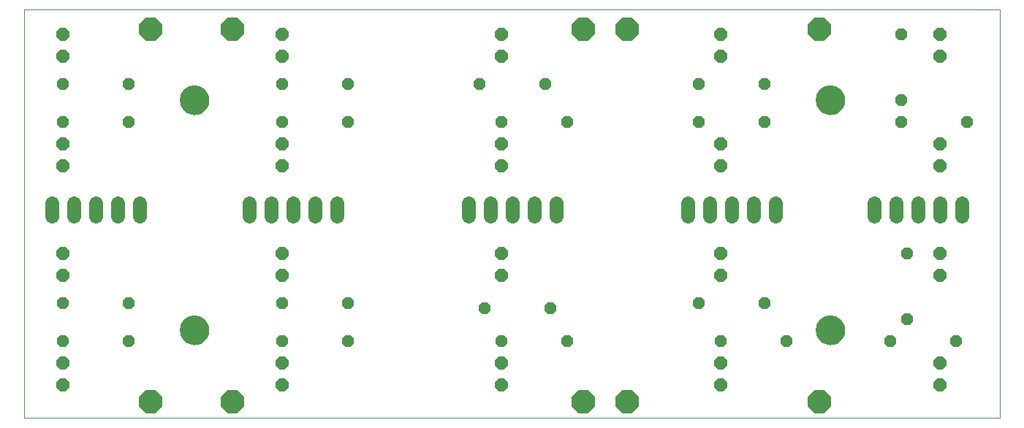
<source format=gts>
G75*
G70*
%OFA0B0*%
%FSLAX24Y24*%
%IPPOS*%
%LPD*%
%AMOC8*
5,1,8,0,0,1.08239X$1,22.5*
%
%ADD10C,0.0000*%
%ADD11C,0.1340*%
%ADD12OC8,0.0594*%
%ADD13OC8,0.0560*%
%ADD14C,0.0640*%
%ADD15OC8,0.1040*%
D10*
X000181Y000181D02*
X000181Y018801D01*
X044674Y018801D01*
X044674Y000181D01*
X000181Y000181D01*
X007281Y004181D02*
X007283Y004231D01*
X007289Y004281D01*
X007299Y004331D01*
X007312Y004379D01*
X007329Y004427D01*
X007350Y004473D01*
X007374Y004517D01*
X007402Y004559D01*
X007433Y004599D01*
X007467Y004636D01*
X007504Y004671D01*
X007543Y004702D01*
X007584Y004731D01*
X007628Y004756D01*
X007674Y004778D01*
X007721Y004796D01*
X007769Y004810D01*
X007818Y004821D01*
X007868Y004828D01*
X007918Y004831D01*
X007969Y004830D01*
X008019Y004825D01*
X008069Y004816D01*
X008117Y004804D01*
X008165Y004787D01*
X008211Y004767D01*
X008256Y004744D01*
X008299Y004717D01*
X008339Y004687D01*
X008377Y004654D01*
X008412Y004618D01*
X008445Y004579D01*
X008474Y004538D01*
X008500Y004495D01*
X008523Y004450D01*
X008542Y004403D01*
X008557Y004355D01*
X008569Y004306D01*
X008577Y004256D01*
X008581Y004206D01*
X008581Y004156D01*
X008577Y004106D01*
X008569Y004056D01*
X008557Y004007D01*
X008542Y003959D01*
X008523Y003912D01*
X008500Y003867D01*
X008474Y003824D01*
X008445Y003783D01*
X008412Y003744D01*
X008377Y003708D01*
X008339Y003675D01*
X008299Y003645D01*
X008256Y003618D01*
X008211Y003595D01*
X008165Y003575D01*
X008117Y003558D01*
X008069Y003546D01*
X008019Y003537D01*
X007969Y003532D01*
X007918Y003531D01*
X007868Y003534D01*
X007818Y003541D01*
X007769Y003552D01*
X007721Y003566D01*
X007674Y003584D01*
X007628Y003606D01*
X007584Y003631D01*
X007543Y003660D01*
X007504Y003691D01*
X007467Y003726D01*
X007433Y003763D01*
X007402Y003803D01*
X007374Y003845D01*
X007350Y003889D01*
X007329Y003935D01*
X007312Y003983D01*
X007299Y004031D01*
X007289Y004081D01*
X007283Y004131D01*
X007281Y004181D01*
X007281Y014681D02*
X007283Y014731D01*
X007289Y014781D01*
X007299Y014831D01*
X007312Y014879D01*
X007329Y014927D01*
X007350Y014973D01*
X007374Y015017D01*
X007402Y015059D01*
X007433Y015099D01*
X007467Y015136D01*
X007504Y015171D01*
X007543Y015202D01*
X007584Y015231D01*
X007628Y015256D01*
X007674Y015278D01*
X007721Y015296D01*
X007769Y015310D01*
X007818Y015321D01*
X007868Y015328D01*
X007918Y015331D01*
X007969Y015330D01*
X008019Y015325D01*
X008069Y015316D01*
X008117Y015304D01*
X008165Y015287D01*
X008211Y015267D01*
X008256Y015244D01*
X008299Y015217D01*
X008339Y015187D01*
X008377Y015154D01*
X008412Y015118D01*
X008445Y015079D01*
X008474Y015038D01*
X008500Y014995D01*
X008523Y014950D01*
X008542Y014903D01*
X008557Y014855D01*
X008569Y014806D01*
X008577Y014756D01*
X008581Y014706D01*
X008581Y014656D01*
X008577Y014606D01*
X008569Y014556D01*
X008557Y014507D01*
X008542Y014459D01*
X008523Y014412D01*
X008500Y014367D01*
X008474Y014324D01*
X008445Y014283D01*
X008412Y014244D01*
X008377Y014208D01*
X008339Y014175D01*
X008299Y014145D01*
X008256Y014118D01*
X008211Y014095D01*
X008165Y014075D01*
X008117Y014058D01*
X008069Y014046D01*
X008019Y014037D01*
X007969Y014032D01*
X007918Y014031D01*
X007868Y014034D01*
X007818Y014041D01*
X007769Y014052D01*
X007721Y014066D01*
X007674Y014084D01*
X007628Y014106D01*
X007584Y014131D01*
X007543Y014160D01*
X007504Y014191D01*
X007467Y014226D01*
X007433Y014263D01*
X007402Y014303D01*
X007374Y014345D01*
X007350Y014389D01*
X007329Y014435D01*
X007312Y014483D01*
X007299Y014531D01*
X007289Y014581D01*
X007283Y014631D01*
X007281Y014681D01*
X036281Y014681D02*
X036283Y014731D01*
X036289Y014781D01*
X036299Y014831D01*
X036312Y014879D01*
X036329Y014927D01*
X036350Y014973D01*
X036374Y015017D01*
X036402Y015059D01*
X036433Y015099D01*
X036467Y015136D01*
X036504Y015171D01*
X036543Y015202D01*
X036584Y015231D01*
X036628Y015256D01*
X036674Y015278D01*
X036721Y015296D01*
X036769Y015310D01*
X036818Y015321D01*
X036868Y015328D01*
X036918Y015331D01*
X036969Y015330D01*
X037019Y015325D01*
X037069Y015316D01*
X037117Y015304D01*
X037165Y015287D01*
X037211Y015267D01*
X037256Y015244D01*
X037299Y015217D01*
X037339Y015187D01*
X037377Y015154D01*
X037412Y015118D01*
X037445Y015079D01*
X037474Y015038D01*
X037500Y014995D01*
X037523Y014950D01*
X037542Y014903D01*
X037557Y014855D01*
X037569Y014806D01*
X037577Y014756D01*
X037581Y014706D01*
X037581Y014656D01*
X037577Y014606D01*
X037569Y014556D01*
X037557Y014507D01*
X037542Y014459D01*
X037523Y014412D01*
X037500Y014367D01*
X037474Y014324D01*
X037445Y014283D01*
X037412Y014244D01*
X037377Y014208D01*
X037339Y014175D01*
X037299Y014145D01*
X037256Y014118D01*
X037211Y014095D01*
X037165Y014075D01*
X037117Y014058D01*
X037069Y014046D01*
X037019Y014037D01*
X036969Y014032D01*
X036918Y014031D01*
X036868Y014034D01*
X036818Y014041D01*
X036769Y014052D01*
X036721Y014066D01*
X036674Y014084D01*
X036628Y014106D01*
X036584Y014131D01*
X036543Y014160D01*
X036504Y014191D01*
X036467Y014226D01*
X036433Y014263D01*
X036402Y014303D01*
X036374Y014345D01*
X036350Y014389D01*
X036329Y014435D01*
X036312Y014483D01*
X036299Y014531D01*
X036289Y014581D01*
X036283Y014631D01*
X036281Y014681D01*
X036281Y004181D02*
X036283Y004231D01*
X036289Y004281D01*
X036299Y004331D01*
X036312Y004379D01*
X036329Y004427D01*
X036350Y004473D01*
X036374Y004517D01*
X036402Y004559D01*
X036433Y004599D01*
X036467Y004636D01*
X036504Y004671D01*
X036543Y004702D01*
X036584Y004731D01*
X036628Y004756D01*
X036674Y004778D01*
X036721Y004796D01*
X036769Y004810D01*
X036818Y004821D01*
X036868Y004828D01*
X036918Y004831D01*
X036969Y004830D01*
X037019Y004825D01*
X037069Y004816D01*
X037117Y004804D01*
X037165Y004787D01*
X037211Y004767D01*
X037256Y004744D01*
X037299Y004717D01*
X037339Y004687D01*
X037377Y004654D01*
X037412Y004618D01*
X037445Y004579D01*
X037474Y004538D01*
X037500Y004495D01*
X037523Y004450D01*
X037542Y004403D01*
X037557Y004355D01*
X037569Y004306D01*
X037577Y004256D01*
X037581Y004206D01*
X037581Y004156D01*
X037577Y004106D01*
X037569Y004056D01*
X037557Y004007D01*
X037542Y003959D01*
X037523Y003912D01*
X037500Y003867D01*
X037474Y003824D01*
X037445Y003783D01*
X037412Y003744D01*
X037377Y003708D01*
X037339Y003675D01*
X037299Y003645D01*
X037256Y003618D01*
X037211Y003595D01*
X037165Y003575D01*
X037117Y003558D01*
X037069Y003546D01*
X037019Y003537D01*
X036969Y003532D01*
X036918Y003531D01*
X036868Y003534D01*
X036818Y003541D01*
X036769Y003552D01*
X036721Y003566D01*
X036674Y003584D01*
X036628Y003606D01*
X036584Y003631D01*
X036543Y003660D01*
X036504Y003691D01*
X036467Y003726D01*
X036433Y003763D01*
X036402Y003803D01*
X036374Y003845D01*
X036350Y003889D01*
X036329Y003935D01*
X036312Y003983D01*
X036299Y004031D01*
X036289Y004081D01*
X036283Y004131D01*
X036281Y004181D01*
D11*
X036931Y004181D03*
X036931Y014681D03*
X007931Y014681D03*
X007931Y004181D03*
D12*
X011931Y002681D03*
X011931Y001681D03*
X001931Y001681D03*
X001931Y002681D03*
X001931Y006681D03*
X001931Y007681D03*
X001931Y011681D03*
X001931Y012681D03*
X001931Y016681D03*
X001931Y017681D03*
X011931Y017681D03*
X011931Y016681D03*
X011931Y012681D03*
X011931Y011681D03*
X011931Y007681D03*
X011931Y006681D03*
X021931Y006681D03*
X021931Y007681D03*
X021931Y011681D03*
X021931Y012681D03*
X021931Y016681D03*
X021931Y017681D03*
X031931Y017681D03*
X031931Y016681D03*
X031931Y012681D03*
X031931Y011681D03*
X031931Y007681D03*
X031931Y006681D03*
X031931Y002681D03*
X031931Y001681D03*
X041931Y001681D03*
X041931Y002681D03*
X041931Y006681D03*
X041931Y007681D03*
X041931Y011681D03*
X041931Y012681D03*
X041931Y016681D03*
X041931Y017681D03*
X021931Y002681D03*
X021931Y001681D03*
D13*
X021931Y003681D03*
X024931Y003681D03*
X024181Y005181D03*
X021181Y005181D03*
X014931Y005431D03*
X011931Y005431D03*
X011931Y003681D03*
X014931Y003681D03*
X004931Y003681D03*
X001931Y003681D03*
X001931Y005431D03*
X004931Y005431D03*
X004931Y013681D03*
X001931Y013681D03*
X001931Y015431D03*
X004931Y015431D03*
X011931Y015431D03*
X014931Y015431D03*
X014931Y013681D03*
X011931Y013681D03*
X020931Y015431D03*
X023931Y015431D03*
X024931Y013681D03*
X021931Y013681D03*
X030931Y013681D03*
X033931Y013681D03*
X033931Y015431D03*
X030931Y015431D03*
X040181Y014681D03*
X040181Y013681D03*
X043181Y013681D03*
X040181Y017681D03*
X040431Y007681D03*
X033931Y005431D03*
X030931Y005431D03*
X031931Y003681D03*
X034931Y003681D03*
X039681Y003681D03*
X040431Y004681D03*
X042681Y003681D03*
D14*
X042931Y009381D02*
X042931Y009981D01*
X041931Y009981D02*
X041931Y009381D01*
X040931Y009381D02*
X040931Y009981D01*
X039931Y009981D02*
X039931Y009381D01*
X038931Y009381D02*
X038931Y009981D01*
X034431Y009981D02*
X034431Y009381D01*
X033431Y009381D02*
X033431Y009981D01*
X032431Y009981D02*
X032431Y009381D01*
X031431Y009381D02*
X031431Y009981D01*
X030431Y009981D02*
X030431Y009381D01*
X024431Y009381D02*
X024431Y009981D01*
X023431Y009981D02*
X023431Y009381D01*
X022431Y009381D02*
X022431Y009981D01*
X021431Y009981D02*
X021431Y009381D01*
X020431Y009381D02*
X020431Y009981D01*
X014431Y009981D02*
X014431Y009381D01*
X013431Y009381D02*
X013431Y009981D01*
X012431Y009981D02*
X012431Y009381D01*
X011431Y009381D02*
X011431Y009981D01*
X010431Y009981D02*
X010431Y009381D01*
X005431Y009381D02*
X005431Y009981D01*
X004431Y009981D02*
X004431Y009381D01*
X003431Y009381D02*
X003431Y009981D01*
X002431Y009981D02*
X002431Y009381D01*
X001431Y009381D02*
X001431Y009981D01*
D15*
X005931Y017931D03*
X009681Y017931D03*
X025681Y017931D03*
X027681Y017931D03*
X036431Y017931D03*
X036431Y000931D03*
X027681Y000931D03*
X025681Y000931D03*
X009681Y000931D03*
X005931Y000931D03*
M02*

</source>
